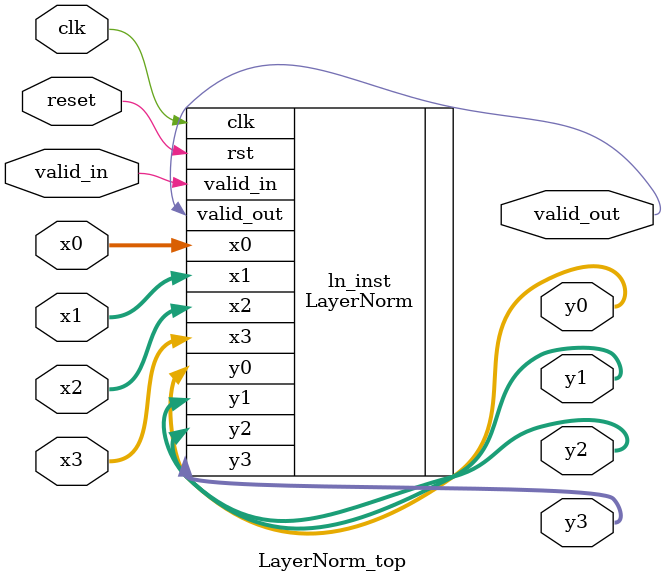
<source format=v>
`timescale 1ns / 1ps

module LayerNorm_top (
    input wire clk,
    input wire reset,
    input wire valid_in,
    input wire [7:0] x0,
    input wire [7:0] x1,
    input wire [7:0] x2,
    input wire [7:0] x3,
    output wire valid_out,
    output wire [7:0] y0,
    output wire [7:0] y1,
    output wire [7:0] y2,
    output wire [7:0] y3
);

    LayerNorm ln_inst (
        .clk(clk),
        .rst(reset),
        .valid_in(valid_in),
        .x0(x0),
        .x1(x1),
        .x2(x2),
        .x3(x3),
        .valid_out(valid_out),
        .y0(y0),
        .y1(y1),
        .y2(y2),
        .y3(y3)
    );

endmodule

</source>
